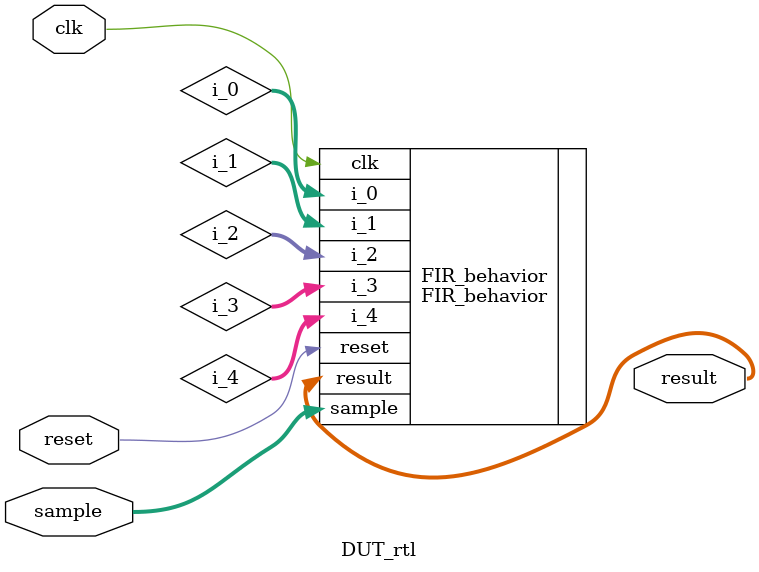
<source format=v>
module DUT_rtl(clk, reset, sample, result);
  input clk;
  input reset;
  input signed [7:0] sample;
  output signed [7:0] result;
  wire signed [7:0] i_0;
  wire signed [7:0] i_1;
  wire signed [7:0] i_2;
  wire signed [7:0] i_3;
  wire signed [7:0] i_4;

  FIR_behavior FIR_behavior(.clk(clk), .reset(reset), .sample(sample), .result(
               result), .i_0(i_0), .i_1(i_1), .i_2(i_2), .i_3(i_3), .i_4(i_4));
endmodule



</source>
